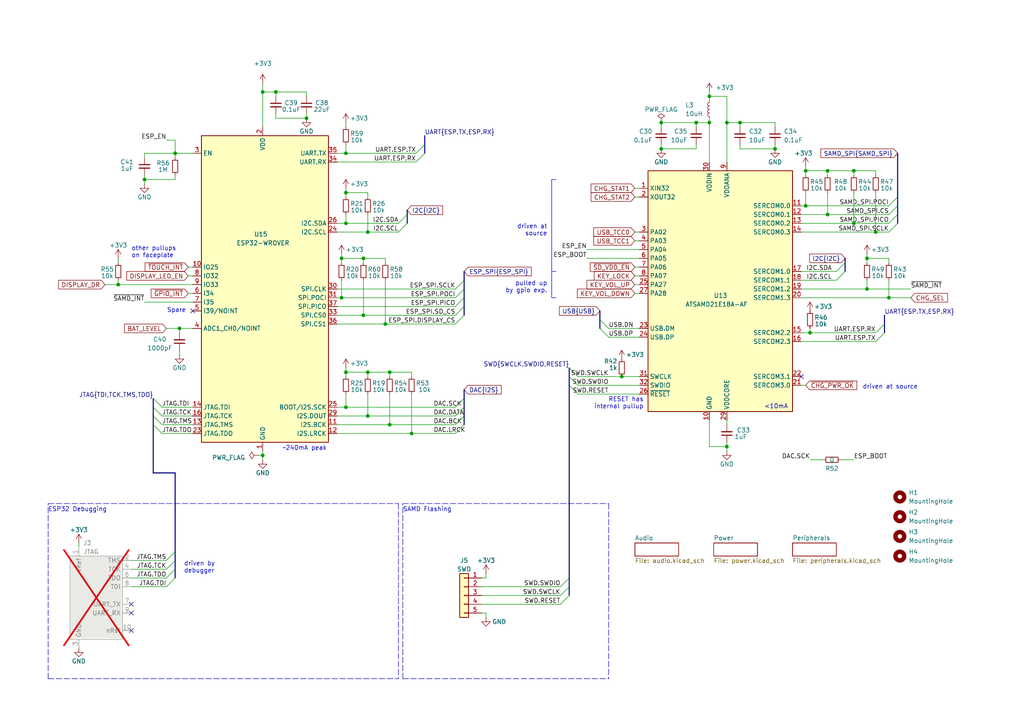
<source format=kicad_sch>
(kicad_sch (version 20230121) (generator eeschema)
  (paper "A4")
  (title_block (title "TANGARA") (date "2023-05-30") (rev "4") (company "made by jacqueline") (comment 1 "SPDX-License-Identifier: CERN-OHL-S-2.0"))
  (lib_symbols
    (symbol "Connector_Generic:Conn_01x05" (pin_names (offset 1.016) hide)
      (property "Reference" "J" (at 0 7.62 0))
      (property "Value" "Conn_01x05" (at 0 -7.62 0))
      (symbol "Conn_01x05_1_1"
        (rectangle (start -1.27 -4.953) (end 0 -5.207) (stroke (width 0.1524)))
        (rectangle (start -1.27 -2.413) (end 0 -2.667) (stroke (width 0.1524)))
        (rectangle (start -1.27 0.127) (end 0 -0.127) (stroke (width 0.1524)))
        (rectangle (start -1.27 2.667) (end 0 2.413) (stroke (width 0.1524)))
        (rectangle (start -1.27 5.207) (end 0 4.953) (stroke (width 0.1524)))
        (rectangle (start -1.27 6.35) (end 1.27 -6.35) (stroke (width 0.254)) (fill (type background)))
        (pin passive line (at -5.08 5.08 0) (length 3.81) (name "Pin_1") (number "1"))
        (pin passive line (at -5.08 2.54 0) (length 3.81) (name "Pin_2") (number "2"))
        (pin passive line (at -5.08 0 0) (length 3.81) (name "Pin_3") (number "3"))
        (pin passive line (at -5.08 -2.54 0) (length 3.81) (name "Pin_4") (number "4"))
        (pin passive line (at -5.08 -5.08 0) (length 3.81) (name "Pin_5") (number "5"))
      )
    )
    (symbol "Device:C_Small" (pin_numbers hide) (pin_names (offset 0.254) hide)
      (property "Reference" "C" (at 0.254 1.778 0))
      (property "Value" "C_Small" (at 0.254 -2.032 0))
      (symbol "C_Small_0_1"
        (polyline (pts (xy -1.524 -0.508) (xy 1.524 -0.508)) (stroke (width 0.3302)))
        (polyline (pts (xy -1.524 0.508) (xy 1.524 0.508)) (stroke (width 0.3048)))
      )
      (symbol "C_Small_1_1"
        (pin passive line (at 0 2.54 270) (length 2.032) (name "~") (number "1"))
        (pin passive line (at 0 -2.54 90) (length 2.032) (name "~") (number "2"))
      )
    )
    (symbol "Device:L_Small" (pin_numbers hide) (pin_names (offset 0.254) hide)
      (property "Reference" "L" (at 0.762 1.016 0))
      (property "Value" "L_Small" (at 0.762 -1.016 0))
      (symbol "L_Small_0_1"
        (arc (start 0 -2.032) (mid 0.5058 -1.524) (end 0 -1.016))
        (arc (start 0 -1.016) (mid 0.5058 -0.508) (end 0 0))
        (arc (start 0 0) (mid 0.5058 0.508) (end 0 1.016))
        (arc (start 0 1.016) (mid 0.5058 1.524) (end 0 2.032))
      )
      (symbol "L_Small_1_1"
        (pin passive line (at 0 2.54 270) (length 0.508) (name "~") (number "1"))
        (pin passive line (at 0 -2.54 90) (length 0.508) (name "~") (number "2"))
      )
    )
    (symbol "Device:R_Small" (pin_numbers hide) (pin_names (offset 0.254) hide)
      (property "Reference" "R" (at 0.762 0.508 0))
      (property "Value" "R_Small" (at 0.762 -1.016 0))
      (symbol "R_Small_0_1"
        (rectangle (start -0.762 1.778) (end 0.762 -1.778) (stroke (width 0.2032)))
      )
      (symbol "R_Small_1_1"
        (pin passive line (at 0 2.54 270) (length 0.762) (name "~") (number "1"))
        (pin passive line (at 0 -2.54 90) (length 0.762) (name "~") (number "2"))
      )
    )
    (symbol "Mechanical:MountingHole" (pin_names (offset 1.016))
      (property "Reference" "H" (at 0 5.08 0))
      (property "Value" "MountingHole" (at 0 3.175 0))
      (symbol "MountingHole_0_1"
        (circle (center 0 0) (radius 1.27) (stroke (width 1.27)))
      )
    )
    (symbol "power:+3V3" (power) (pin_names (offset 0))
      (property "Value" "+3V3" (at 0 3.556 0))
      (symbol "+3V3_0_1"
        (polyline (pts (xy -0.762 1.27) (xy 0 2.54)))
        (polyline (pts (xy 0 0) (xy 0 2.54)))
        (polyline (pts (xy 0 2.54) (xy 0.762 1.27)))
      )
      (symbol "+3V3_1_1"
        (pin power_in line (at 0 0 90) (length 0) hide (name "+3V3") (number "1"))
      )
    )
    (symbol "power:GND" (power) (pin_names (offset 0))
      (property "Value" "GND" (at 0 -3.81 0))
      (symbol "GND_0_1"
        (polyline (pts (xy 0 0) (xy 0 -1.27) (xy 1.27 -1.27) (xy 0 -2.54) (xy -1.27 -1.27) (xy 0 -1.27)))
      )
      (symbol "GND_1_1"
        (pin power_in line (at 0 0 270) (length 0) hide (name "GND") (number "1"))
      )
    )
    (symbol "power:PWR_FLAG" (power) (pin_numbers hide) (pin_names (offset 0) hide)
      (property "Value" "PWR_FLAG" (at 0 3.81 0))
      (symbol "PWR_FLAG_0_0"
        (pin power_out line (at 0 0 90) (length 0) (name "pwr") (number "1"))
      )
      (symbol "PWR_FLAG_0_1"
        (polyline (pts (xy 0 0) (xy 0 1.27) (xy -1.016 1.905) (xy 0 2.54) (xy 1.016 1.905) (xy 0 1.27)))
      )
    )
    (symbol "symbols:ATSAMD21E15A-A"
      (property "Reference" "U" (at 0 15.24 0))
      (property "Value" "ATSAMD21E15A-A" (at 0 10.16 0))
      (symbol "ATSAMD21E15A-A_1_1"
        (rectangle (start -20.32 45.72) (end 21.59 -24.13) (stroke (width 0.254)) (fill (type background)))
        (pin bidirectional line (at -22.86 40.64 0) (length 2.54) (name "XIN32") (number "1"))
        (pin power_in line (at -2.54 -26.67 90) (length 2.54) (name "GND") (number "10"))
        (pin bidirectional line (at 24.13 35.56 180) (length 2.54) (name "SERCOM0.0") (number "11"))
        (pin bidirectional line (at 24.13 33.02 180) (length 2.54) (name "SERCOM0.1") (number "12"))
        (pin bidirectional line (at 24.13 30.48 180) (length 2.54) (name "SERCOM0.2") (number "13"))
        (pin bidirectional line (at 24.13 27.94 180) (length 2.54) (name "SERCOM0.3") (number "14"))
        (pin bidirectional line (at 24.13 -1.27 180) (length 2.54) (name "SERCOM2.2") (number "15"))
        (pin bidirectional line (at 24.13 -3.81 180) (length 2.54) (name "SERCOM2.3") (number "16"))
        (pin bidirectional line (at 24.13 16.51 180) (length 2.54) (name "SERCOM1.0") (number "17"))
        (pin bidirectional line (at 24.13 13.97 180) (length 2.54) (name "SERCOM1.1") (number "18"))
        (pin bidirectional line (at 24.13 11.43 180) (length 2.54) (name "SERCOM1.2") (number "19"))
        (pin bidirectional line (at -22.86 38.1 0) (length 2.54) (name "XOUT32") (number "2"))
        (pin bidirectional line (at 24.13 8.89 180) (length 2.54) (name "SERCOM1.3") (number "20"))
        (pin bidirectional line (at 24.13 -16.51 180) (length 2.54) (name "SERCOM3.0") (number "21"))
        (pin bidirectional line (at 24.13 -13.97 180) (length 2.54) (name "SERCOM3.1") (number "22"))
        (pin bidirectional line (at -22.86 0 0) (length 2.54) (name "USB.DM") (number "23"))
        (pin bidirectional line (at -22.86 -2.54 0) (length 2.54) (name "USB.DP") (number "24"))
        (pin bidirectional line (at -22.86 12.7 0) (length 2.54) (name "PA27") (number "25"))
        (pin input line (at -22.86 -19.05 0) (length 2.54) (name "~{RESET}") (number "26"))
        (pin bidirectional line (at -22.86 10.16 0) (length 2.54) (name "PA28") (number "27"))
        (pin power_in line (at -2.54 -26.67 90) (length 2.54) hide (name "GND") (number "28"))
        (pin power_out line (at 2.54 -26.67 90) (length 2.54) (name "VDDCORE") (number "29"))
        (pin bidirectional line (at -22.86 27.94 0) (length 2.54) (name "PA02") (number "3"))
        (pin power_in line (at -2.54 48.26 270) (length 2.54) (name "VDDIN") (number "30"))
        (pin bidirectional line (at -22.86 -13.97 0) (length 2.54) (name "SWCLK") (number "31"))
        (pin bidirectional line (at -22.86 -16.51 0) (length 2.54) (name "SWDIO") (number "32"))
        (pin bidirectional line (at -22.86 25.4 0) (length 2.54) (name "PA03") (number "4"))
        (pin bidirectional line (at -22.86 22.86 0) (length 2.54) (name "PA04") (number "5"))
        (pin bidirectional line (at -22.86 20.32 0) (length 2.54) (name "PA05") (number "6"))
        (pin bidirectional line (at -22.86 17.78 0) (length 2.54) (name "PA06") (number "7"))
        (pin bidirectional line (at -22.86 15.24 0) (length 2.54) (name "PA07") (number "8"))
        (pin power_in line (at 2.54 48.26 270) (length 2.54) (name "VDDANA") (number "9"))
      )
    )
    (symbol "symbols:BMDU"
      (property "Reference" "U" (at -5.08 6.35 0))
      (property "Value" "BMDU" (at -5.08 6.35 0))
      (symbol "BMDU_0_0"
        (pin power_in line (at -5.08 20.32 270) (length 2.54) (name "vRef") (number "1"))
        (pin output line (at 10.16 -3.81 180) (length 2.54) (name "nRst") (number "10"))
        (pin output line (at 10.16 16.51 180) (length 2.54) (name "TMS") (number "2"))
        (pin power_in line (at -5.08 -8.89 90) (length 2.54) (name "GND") (number "3"))
        (pin output line (at 10.16 13.97 180) (length 2.54) (name "TCK") (number "4"))
        (pin power_in line (at -5.08 -8.89 90) (length 2.54) hide (name "GND") (number "5"))
        (pin output line (at 10.16 11.43 180) (length 2.54) (name "TDO") (number "6"))
        (pin output line (at 10.16 3.81 180) (length 2.54) (name "UART_TX") (number "7"))
        (pin input line (at 10.16 8.89 180) (length 2.54) (name "TDI") (number "8"))
        (pin input line (at 10.16 1.27 180) (length 2.54) (name "UART_RX") (number "9"))
      )
      (symbol "BMDU_0_1"
        (rectangle (start -7.62 17.78) (end 7.62 -6.35) (fill (type background)))
      )
    )
    (symbol "symbols:ESP32-WROOM"
      (property "Reference" "U" (at -17.78 34.29 0))
      (property "Value" "ESP32-WROOM" (at -3.81 34.29 0))
      (symbol "ESP32-WROOM_0_1"
        (rectangle (start -17.78 33.02) (end 19.05 -55.88) (stroke (width 0.254)) (fill (type background)))
      )
      (symbol "ESP32-WROOM_1_1"
        (pin power_in line (at 0 -58.42 90) (length 2.54) (name "GND") (number "1"))
        (pin bidirectional line (at -20.32 -5.08 0) (length 2.54) (name "IO25") (number "10"))
        (pin bidirectional line (at 21.59 -50.8 180) (length 2.54) (name "I2S.BCK") (number "11"))
        (pin bidirectional line (at 21.59 -53.34 180) (length 2.54) (name "I2S.LRCK") (number "12"))
        (pin bidirectional line (at -20.32 -50.8 0) (length 2.54) (name "JTAG.TMS") (number "13"))
        (pin bidirectional line (at -20.32 -45.72 0) (length 2.54) (name "JTAG.TDI") (number "14"))
        (pin power_in line (at 0 -58.42 90) (length 2.54) hide (name "GND") (number "15"))
        (pin bidirectional line (at -20.32 -48.26 0) (length 2.54) (name "JTAG.TCK") (number "16"))
        (pin no_connect line (at -17.78 16.51 0) (length 2.54) hide (name "SHD/SD2") (number "17"))
        (pin no_connect line (at -17.78 13.97 0) (length 2.54) hide (name "SWP/SD3") (number "18"))
        (pin no_connect line (at -17.78 8.89 0) (length 2.54) hide (name "SCS/CMD") (number "19"))
        (pin power_in line (at 0 35.56 270) (length 2.54) (name "VDD") (number "2"))
        (pin no_connect line (at -17.78 11.43 0) (length 2.54) hide (name "SCK/CLK") (number "20"))
        (pin no_connect line (at -17.78 21.59 0) (length 2.54) hide (name "SDO/SD0") (number "21"))
        (pin no_connect line (at -17.78 19.05 0) (length 2.54) hide (name "SDI/SD1") (number "22"))
        (pin bidirectional line (at -20.32 -53.34 0) (length 2.54) (name "JTAG.TDO") (number "23"))
        (pin bidirectional line (at 21.59 5.08 180) (length 2.54) (name "I2C.SCL") (number "24"))
        (pin bidirectional line (at 21.59 -45.72 180) (length 2.54) (name "BOOT/I2S.SCK") (number "25"))
        (pin bidirectional line (at 21.59 7.62 180) (length 2.54) (name "I2C.SDA") (number "26"))
        (pin no_connect line (at -17.78 6.35 0) (length 2.54) hide (name "IO16") (number "27"))
        (pin no_connect line (at -17.78 3.81 0) (length 2.54) hide (name "IO17") (number "28"))
        (pin bidirectional line (at 21.59 -48.26 180) (length 2.54) (name "I2S.DOUT") (number "29"))
        (pin input line (at -20.32 27.94 0) (length 2.54) (name "EN") (number "3"))
        (pin bidirectional line (at 21.59 -11.43 180) (length 2.54) (name "SPI.CLK") (number "30"))
        (pin bidirectional line (at 21.59 -13.97 180) (length 2.54) (name "SPI.POCI") (number "31"))
        (pin no_connect line (at -17.78 1.27 0) (length 2.54) hide (name "NC") (number "32"))
        (pin bidirectional line (at 21.59 -19.05 180) (length 2.54) (name "SPI.CS0") (number "33"))
        (pin bidirectional line (at 21.59 25.4 180) (length 2.54) (name "UART.RX") (number "34"))
        (pin bidirectional line (at 21.59 27.94 180) (length 2.54) (name "UART.TX") (number "35"))
        (pin bidirectional line (at 21.59 -21.59 180) (length 2.54) (name "SPI.CS1") (number "36"))
        (pin bidirectional line (at 21.59 -16.51 180) (length 2.54) (name "SPI.PICO") (number "37"))
        (pin power_in line (at 0 -58.42 90) (length 2.54) hide (name "GND") (number "38"))
        (pin power_in line (at 0 -58.42 90) (length 2.54) hide (name "GND") (number "39"))
        (pin input line (at -20.32 -22.86 0) (length 2.54) (name "ADC1_CH0/NOINT") (number "4"))
        (pin input line (at -20.32 -17.78 0) (length 2.54) (name "I39/NOINT") (number "5"))
        (pin input line (at -20.32 -12.7 0) (length 2.54) (name "I34") (number "6"))
        (pin input line (at -20.32 -15.24 0) (length 2.54) (name "I35") (number "7"))
        (pin bidirectional line (at -20.32 -7.62 0) (length 2.54) (name "IO32") (number "8"))
        (pin bidirectional line (at -20.32 -10.16 0) (length 2.54) (name "IO33") (number "9"))
      )
    )
  )
  (bus_alias "USB" (members "DN" "DP"))
  (bus_alias "ESP_SPI" (members "SCLK" "POCI" "PICO" "SD_CS" "DISPLAY_CS"))
  (bus_alias "I2S" (members "SCK" "BCK" "LRCK" "DATA"))
  (bus_alias "I2C" (members "SDA" "SCL"))
  (bus_alias "SAMD_SPI" (members "SCLK" "POCI" "PICO" "CS"))
  (junction (at 247.65 64.77))
  (junction (at 113.03 123.19))
  (junction (at 88.9 34.29))
  (junction (at 100.33 107.95))
  (junction (at 251.46 83.82))
  (junction (at 233.68 59.69))
  (junction (at 247.65 49.53))
  (junction (at 254 67.31))
  (junction (at 191.77 35.56))
  (junction (at 100.33 44.45))
  (junction (at 100.33 55.88))
  (junction (at 205.74 27.94))
  (junction (at 106.68 107.95))
  (junction (at 99.06 86.36))
  (junction (at 111.76 93.98))
  (junction (at 233.68 49.53))
  (junction (at 34.29 82.55))
  (junction (at 113.03 107.95))
  (junction (at 210.82 35.56))
  (junction (at 105.41 91.44))
  (junction (at 100.33 64.77))
  (junction (at 224.79 43.18))
  (junction (at 106.68 67.31))
  (junction (at 105.41 74.93))
  (junction (at 52.07 95.25))
  (junction (at 180.34 109.22))
  (junction (at 41.91 52.07))
  (junction (at 240.03 62.23))
  (junction (at 201.93 35.56))
  (junction (at 80.01 26.67))
  (junction (at 50.8 44.45))
  (junction (at 214.63 35.56))
  (junction (at 205.74 35.56))
  (junction (at 251.46 74.93))
  (junction (at 240.03 49.53))
  (junction (at 191.77 43.18))
  (junction (at 234.95 96.52))
  (junction (at 76.2 26.67))
  (junction (at 257.81 86.36))
  (junction (at 100.33 118.11))
  (junction (at 106.68 120.65))
  (junction (at 119.38 125.73))
  (junction (at 76.2 132.08))
  (junction (at 99.06 74.93))
  (junction (at 210.82 129.54))
  (no_connect (at 55.88 90.17))
  (no_connect (at 38.1 182.88))
  (no_connect (at 232.41 109.22))
  (no_connect (at 38.1 175.26))
  (no_connect (at 38.1 177.8))
  (bus_entry (at 134.62 115.57) (size -2.54 2.54))
  (bus_entry (at 165.1 106.68) (size 2.54 2.54))
  (bus_entry (at 165.1 109.22) (size 2.54 2.54))
  (bus_entry (at 165.1 111.76) (size 2.54 2.54))
  (bus_entry (at 44.45 123.19) (size 2.54 2.54))
  (bus_entry (at 44.45 115.57) (size 2.54 2.54))
  (bus_entry (at 44.45 118.11) (size 2.54 2.54))
  (bus_entry (at 44.45 120.65) (size 2.54 2.54))
  (bus_entry (at 257.81 64.77) (size 2.54 -2.54))
  (bus_entry (at 257.81 62.23) (size 2.54 -2.54))
  (bus_entry (at 257.81 59.69) (size 2.54 -2.54))
  (bus_entry (at 162.56 170.18) (size 2.54 -2.54))
  (bus_entry (at 132.08 86.36) (size 2.54 -2.54))
  (bus_entry (at 132.08 83.82) (size 2.54 -2.54))
  (bus_entry (at 132.08 88.9) (size 2.54 -2.54))
  (bus_entry (at 132.08 93.98) (size 2.54 -2.54))
  (bus_entry (at 132.08 91.44) (size 2.54 -2.54))
  (bus_entry (at 120.65 46.99) (size 2.54 -2.54))
  (bus_entry (at 120.65 44.45) (size 2.54 -2.54))
  (bus_entry (at 48.26 165.1) (size 2.54 -2.54))
  (bus_entry (at 48.26 167.64) (size 2.54 -2.54))
  (bus_entry (at 48.26 162.56) (size 2.54 -2.54))
  (bus_entry (at 48.26 170.18) (size 2.54 -2.54))
  (bus_entry (at 162.56 175.26) (size 2.54 -2.54))
  (bus_entry (at 242.57 78.74) (size 2.54 -2.54))
  (bus_entry (at 257.81 67.31) (size 2.54 -2.54))
  (bus_entry (at 132.08 120.65) (size 2.54 -2.54))
  (bus_entry (at 132.08 125.73) (size 2.54 -2.54))
  (bus_entry (at 132.08 123.19) (size 2.54 -2.54))
  (bus_entry (at 242.57 81.28) (size 2.54 -2.54))
  (bus_entry (at 115.57 64.77) (size 2.54 -2.54))
  (bus_entry (at 115.57 67.31) (size 2.54 -2.54))
  (bus_entry (at 254 96.52) (size 2.54 -2.54))
  (bus_entry (at 254 99.06) (size 2.54 -2.54))
  (bus_entry (at 162.56 172.72) (size 2.54 -2.54))
  (bus_entry (at 173.99 95.25) (size 2.54 2.54))
  (bus_entry (at 173.99 92.71) (size 2.54 2.54))
  (bus (pts (xy 44.45 115.57) (xy 44.45 118.11)))
  (wire (pts (xy 257.81 81.28) (xy 257.81 86.36)))
  (wire (pts (xy 205.74 119.38) (xy 205.74 129.54)))
  (wire (pts (xy 97.79 120.65) (xy 106.68 120.65)))
  (wire (pts (xy 205.74 129.54) (xy 210.82 129.54)))
  (wire (pts (xy 232.41 81.28) (xy 242.57 81.28)))
  (bus (pts (xy 260.35 62.23) (xy 260.35 64.77)))
  (wire (pts (xy 99.06 81.28) (xy 99.06 86.36)))
  (wire (pts (xy 97.79 125.73) (xy 119.38 125.73)))
  (wire (pts (xy 251.46 74.93) (xy 257.81 74.93)))
  (wire (pts (xy 50.8 50.8) (xy 50.8 52.07)))
  (wire (pts (xy 257.81 62.23) (xy 240.03 62.23)))
  (wire (pts (xy 214.63 43.18) (xy 214.63 41.91)))
  (wire (pts (xy 100.33 106.68) (xy 100.33 107.95)))
  (wire (pts (xy 97.79 123.19) (xy 113.03 123.19)))
  (bus (pts (xy 134.62 115.57) (xy 134.62 118.11)))
  (wire (pts (xy 184.15 85.09) (xy 185.42 85.09)))
  (wire (pts (xy 100.33 107.95) (xy 106.68 107.95)))
  (wire (pts (xy 105.41 74.93) (xy 111.76 74.93)))
  (polyline (pts (xy 161.29 52.07) (xy 160.02 52.07)))
  (wire (pts (xy 48.26 95.25) (xy 52.07 95.25)))
  (wire (pts (xy 247.65 49.53) (xy 254 49.53)))
  (polyline (pts (xy 160.02 52.07) (xy 160.02 78.74)))
  (wire (pts (xy 111.76 74.93) (xy 111.76 76.2)))
  (wire (pts (xy 180.34 109.22) (xy 185.42 109.22)))
  (wire (pts (xy 30.48 82.55) (xy 34.29 82.55)))
  (polyline (pts (xy 176.53 146.05) (xy 176.53 196.85)) (stroke (width 0) (type dash)))
  (wire (pts (xy 99.06 86.36) (xy 132.08 86.36)))
  (wire (pts (xy 176.53 97.79) (xy 185.42 97.79)))
  (bus (pts (xy 50.8 160.02) (xy 50.8 162.56)))
  (wire (pts (xy 234.95 95.25) (xy 234.95 96.52)))
  (wire (pts (xy 224.79 35.56) (xy 224.79 36.83)))
  (wire (pts (xy 139.7 172.72) (xy 162.56 172.72)))
  (wire (pts (xy 97.79 83.82) (xy 132.08 83.82)))
  (wire (pts (xy 74.93 132.08) (xy 76.2 132.08)))
  (wire (pts (xy 167.64 109.22) (xy 180.34 109.22)))
  (wire (pts (xy 76.2 26.67) (xy 80.01 26.67)))
  (wire (pts (xy 52.07 96.52) (xy 52.07 95.25)))
  (bus (pts (xy 173.99 90.17) (xy 173.99 92.71)))
  (wire (pts (xy 41.91 52.07) (xy 50.8 52.07)))
  (wire (pts (xy 140.97 166.37) (xy 140.97 167.64)))
  (bus (pts (xy 134.62 118.11) (xy 134.62 120.65)))
  (bus (pts (xy 165.1 106.68) (xy 165.1 109.22)))
  (bus (pts (xy 123.19 41.91) (xy 123.19 44.45)))
  (wire (pts (xy 232.41 86.36) (xy 257.81 86.36)))
  (wire (pts (xy 201.93 35.56) (xy 191.77 35.56)))
  (wire (pts (xy 184.15 67.31) (xy 185.42 67.31)))
  (wire (pts (xy 41.91 50.8) (xy 41.91 52.07)))
  (wire (pts (xy 184.15 57.15) (xy 185.42 57.15)))
  (wire (pts (xy 113.03 123.19) (xy 132.08 123.19)))
  (wire (pts (xy 251.46 74.93) (xy 251.46 76.2)))
  (polyline (pts (xy 116.84 146.05) (xy 176.53 146.05)) (stroke (width 0) (type dash)))
  (wire (pts (xy 48.26 40.64) (xy 50.8 40.64)))
  (wire (pts (xy 234.95 133.35) (xy 238.76 133.35)))
  (wire (pts (xy 113.03 107.95) (xy 113.03 109.22)))
  (wire (pts (xy 176.53 95.25) (xy 185.42 95.25)))
  (wire (pts (xy 76.2 26.67) (xy 76.2 36.83)))
  (wire (pts (xy 105.41 81.28) (xy 105.41 91.44)))
  (wire (pts (xy 184.15 54.61) (xy 185.42 54.61)))
  (wire (pts (xy 140.97 179.07) (xy 140.97 177.8)))
  (wire (pts (xy 100.33 114.3) (xy 100.33 118.11)))
  (wire (pts (xy 247.65 55.88) (xy 247.65 64.77)))
  (wire (pts (xy 240.03 50.8) (xy 240.03 49.53)))
  (wire (pts (xy 184.15 77.47) (xy 185.42 77.47)))
  (wire (pts (xy 184.15 80.01) (xy 185.42 80.01)))
  (wire (pts (xy 210.82 35.56) (xy 210.82 46.99)))
  (wire (pts (xy 257.81 86.36) (xy 264.16 86.36)))
  (wire (pts (xy 100.33 107.95) (xy 100.33 109.22)))
  (wire (pts (xy 46.99 120.65) (xy 55.88 120.65)))
  (wire (pts (xy 232.41 83.82) (xy 251.46 83.82)))
  (bus (pts (xy 245.11 76.2) (xy 245.11 78.74)))
  (wire (pts (xy 233.68 55.88) (xy 233.68 59.69)))
  (wire (pts (xy 232.41 78.74) (xy 242.57 78.74)))
  (polyline (pts (xy 160.02 78.74) (xy 160.02 86.36)))
  (wire (pts (xy 257.81 59.69) (xy 233.68 59.69)))
  (wire (pts (xy 113.03 114.3) (xy 113.03 123.19)))
  (wire (pts (xy 243.84 133.35) (xy 247.65 133.35)))
  (wire (pts (xy 22.86 157.48) (xy 22.86 158.75)))
  (wire (pts (xy 80.01 26.67) (xy 88.9 26.67)))
  (wire (pts (xy 139.7 175.26) (xy 162.56 175.26)))
  (wire (pts (xy 76.2 24.13) (xy 76.2 26.67)))
  (wire (pts (xy 106.68 107.95) (xy 113.03 107.95)))
  (bus (pts (xy 165.1 109.22) (xy 165.1 111.76)))
  (bus (pts (xy 165.1 170.18) (xy 165.1 172.72)))
  (wire (pts (xy 46.99 118.11) (xy 55.88 118.11)))
  (wire (pts (xy 34.29 74.93) (xy 34.29 76.2)))
  (polyline (pts (xy 13.97 196.85) (xy 13.97 146.05)) (stroke (width 0) (type dash)))
  (wire (pts (xy 99.06 74.93) (xy 105.41 74.93)))
  (polyline (pts (xy 160.02 78.74) (xy 161.29 78.74)))
  (wire (pts (xy 46.99 123.19) (xy 55.88 123.19)))
  (wire (pts (xy 201.93 35.56) (xy 201.93 36.83)))
  (wire (pts (xy 80.01 33.02) (xy 80.01 34.29)))
  (wire (pts (xy 247.65 64.77) (xy 257.81 64.77)))
  (wire (pts (xy 80.01 34.29) (xy 88.9 34.29)))
  (wire (pts (xy 184.15 82.55) (xy 185.42 82.55)))
  (wire (pts (xy 119.38 107.95) (xy 119.38 109.22)))
  (wire (pts (xy 247.65 50.8) (xy 247.65 49.53)))
  (wire (pts (xy 88.9 26.67) (xy 88.9 27.94)))
  (wire (pts (xy 191.77 35.56) (xy 191.77 36.83)))
  (bus (pts (xy 134.62 88.9) (xy 134.62 86.36)))
  (wire (pts (xy 97.79 67.31) (xy 106.68 67.31)))
  (wire (pts (xy 119.38 125.73) (xy 132.08 125.73)))
  (wire (pts (xy 232.41 96.52) (xy 234.95 96.52)))
  (wire (pts (xy 100.33 62.23) (xy 100.33 64.77)))
  (wire (pts (xy 214.63 43.18) (xy 224.79 43.18)))
  (bus (pts (xy 134.62 120.65) (xy 134.62 123.19)))
  (wire (pts (xy 167.64 111.76) (xy 185.42 111.76)))
  (bus (pts (xy 165.1 111.76) (xy 165.1 167.64)))
  (polyline (pts (xy 160.02 86.36) (xy 161.29 86.36)))
  (wire (pts (xy 170.18 72.39) (xy 185.42 72.39)))
  (wire (pts (xy 38.1 165.1) (xy 48.26 165.1)))
  (bus (pts (xy 44.45 120.65) (xy 44.45 123.19)))
  (wire (pts (xy 46.99 125.73) (xy 55.88 125.73)))
  (wire (pts (xy 100.33 41.91) (xy 100.33 44.45)))
  (wire (pts (xy 106.68 120.65) (xy 132.08 120.65)))
  (wire (pts (xy 111.76 81.28) (xy 111.76 93.98)))
  (wire (pts (xy 254 55.88) (xy 254 67.31)))
  (wire (pts (xy 254 49.53) (xy 254 50.8)))
  (wire (pts (xy 97.79 64.77) (xy 100.33 64.77)))
  (wire (pts (xy 210.82 27.94) (xy 210.82 35.56)))
  (wire (pts (xy 97.79 88.9) (xy 132.08 88.9)))
  (bus (pts (xy 173.99 92.71) (xy 173.99 95.25)))
  (wire (pts (xy 233.68 48.26) (xy 233.68 49.53)))
  (polyline (pts (xy 116.84 196.85) (xy 116.84 146.05)) (stroke (width 0) (type dash)))
  (wire (pts (xy 167.64 114.3) (xy 185.42 114.3)))
  (wire (pts (xy 38.1 167.64) (xy 48.26 167.64)))
  (wire (pts (xy 99.06 74.93) (xy 99.06 76.2)))
  (wire (pts (xy 210.82 128.27) (xy 210.82 129.54)))
  (wire (pts (xy 38.1 170.18) (xy 48.26 170.18)))
  (wire (pts (xy 233.68 59.69) (xy 232.41 59.69)))
  (bus (pts (xy 44.45 137.16) (xy 50.8 137.16)))
  (wire (pts (xy 232.41 62.23) (xy 240.03 62.23)))
  (wire (pts (xy 100.33 35.56) (xy 100.33 36.83)))
  (polyline (pts (xy 116.84 196.85) (xy 176.53 196.85)) (stroke (width 0) (type dash)))
  (wire (pts (xy 139.7 170.18) (xy 162.56 170.18)))
  (wire (pts (xy 54.61 77.47) (xy 55.88 77.47)))
  (wire (pts (xy 105.41 91.44) (xy 132.08 91.44)))
  (wire (pts (xy 232.41 67.31) (xy 254 67.31)))
  (wire (pts (xy 97.79 44.45) (xy 100.33 44.45)))
  (wire (pts (xy 100.33 64.77) (xy 115.57 64.77)))
  (wire (pts (xy 224.79 41.91) (xy 224.79 43.18)))
  (wire (pts (xy 205.74 27.94) (xy 210.82 27.94)))
  (wire (pts (xy 251.46 73.66) (xy 251.46 74.93)))
  (wire (pts (xy 240.03 55.88) (xy 240.03 62.23)))
  (wire (pts (xy 76.2 132.08) (xy 76.2 130.81)))
  (wire (pts (xy 205.74 26.67) (xy 205.74 27.94)))
  (wire (pts (xy 76.2 133.35) (xy 76.2 132.08)))
  (wire (pts (xy 38.1 162.56) (xy 48.26 162.56)))
  (wire (pts (xy 232.41 64.77) (xy 247.65 64.77)))
  (wire (pts (xy 232.41 99.06) (xy 254 99.06)))
  (bus (pts (xy 134.62 78.74) (xy 134.62 81.28)))
  (wire (pts (xy 41.91 52.07) (xy 41.91 53.34)))
  (wire (pts (xy 191.77 41.91) (xy 191.77 43.18)))
  (bus (pts (xy 134.62 91.44) (xy 134.62 88.9)))
  (bus (pts (xy 134.62 86.36) (xy 134.62 83.82)))
  (wire (pts (xy 240.03 49.53) (xy 247.65 49.53)))
  (bus (pts (xy 118.11 62.23) (xy 118.11 64.77)))
  (wire (pts (xy 41.91 44.45) (xy 50.8 44.45)))
  (bus (pts (xy 123.19 39.37) (xy 123.19 41.91)))
  (wire (pts (xy 113.03 107.95) (xy 119.38 107.95)))
  (wire (pts (xy 233.68 50.8) (xy 233.68 49.53)))
  (wire (pts (xy 34.29 81.28) (xy 34.29 82.55)))
  (wire (pts (xy 105.41 74.93) (xy 105.41 76.2)))
  (wire (pts (xy 100.33 44.45) (xy 120.65 44.45)))
  (wire (pts (xy 251.46 83.82) (xy 264.16 83.82)))
  (wire (pts (xy 100.33 57.15) (xy 100.33 55.88)))
  (wire (pts (xy 111.76 93.98) (xy 132.08 93.98)))
  (wire (pts (xy 170.18 74.93) (xy 185.42 74.93)))
  (wire (pts (xy 41.91 45.72) (xy 41.91 44.45)))
  (polyline (pts (xy 13.97 146.05) (xy 115.57 146.05)) (stroke (width 0) (type dash)))
  (wire (pts (xy 34.29 82.55) (xy 55.88 82.55)))
  (bus (pts (xy 134.62 83.82) (xy 134.62 81.28)))
  (wire (pts (xy 106.68 62.23) (xy 106.68 67.31)))
  (wire (pts (xy 54.61 80.01) (xy 55.88 80.01)))
  (wire (pts (xy 205.74 35.56) (xy 205.74 46.99)))
  (wire (pts (xy 210.82 35.56) (xy 214.63 35.56)))
  (bus (pts (xy 256.54 93.98) (xy 256.54 96.52)))
  (bus (pts (xy 50.8 137.16) (xy 50.8 160.02)))
  (wire (pts (xy 97.79 93.98) (xy 111.76 93.98)))
  (bus (pts (xy 50.8 162.56) (xy 50.8 165.1)))
  (wire (pts (xy 106.68 114.3) (xy 106.68 120.65)))
  (wire (pts (xy 100.33 54.61) (xy 100.33 55.88)))
  (wire (pts (xy 214.63 35.56) (xy 224.79 35.56)))
  (wire (pts (xy 257.81 74.93) (xy 257.81 76.2)))
  (wire (pts (xy 100.33 55.88) (xy 106.68 55.88)))
  (wire (pts (xy 52.07 95.25) (xy 55.88 95.25)))
  (bus (pts (xy 118.11 60.96) (xy 118.11 62.23)))
  (wire (pts (xy 119.38 114.3) (xy 119.38 125.73)))
  (wire (pts (xy 140.97 177.8) (xy 139.7 177.8)))
  (wire (pts (xy 205.74 27.94) (xy 205.74 29.21)))
  (bus (pts (xy 260.35 57.15) (xy 260.35 59.69)))
  (wire (pts (xy 201.93 43.18) (xy 201.93 41.91)))
  (wire (pts (xy 140.97 167.64) (xy 139.7 167.64)))
  (bus (pts (xy 44.45 118.11) (xy 44.45 120.65)))
  (wire (pts (xy 106.68 67.31) (xy 115.57 67.31)))
  (wire (pts (xy 80.01 26.67) (xy 80.01 27.94)))
  (bus (pts (xy 134.62 113.03) (xy 134.62 115.57)))
  (wire (pts (xy 50.8 44.45) (xy 55.88 44.45)))
  (bus (pts (xy 260.35 59.69) (xy 260.35 62.23)))
  (bus (pts (xy 44.45 123.19) (xy 44.45 137.16)))
  (wire (pts (xy 100.33 118.11) (xy 132.08 118.11)))
  (wire (pts (xy 205.74 35.56) (xy 201.93 35.56)))
  (wire (pts (xy 210.82 123.19) (xy 210.82 121.92)))
  (wire (pts (xy 88.9 34.29) (xy 88.9 33.02)))
  (wire (pts (xy 251.46 81.28) (xy 251.46 83.82)))
  (wire (pts (xy 50.8 45.72) (xy 50.8 44.45)))
  (wire (pts (xy 210.82 129.54) (xy 210.82 130.81)))
  (wire (pts (xy 97.79 46.99) (xy 120.65 46.99)))
  (wire (pts (xy 214.63 35.56) (xy 214.63 36.83)))
  (bus (pts (xy 245.11 74.93) (xy 245.11 76.2)))
  (wire (pts (xy 233.68 49.53) (xy 240.03 49.53)))
  (polyline (pts (xy 13.97 196.85) (xy 115.57 196.85)) (stroke (width 0) (type dash)))
  (wire (pts (xy 97.79 91.44) (xy 105.41 91.44)))
  (wire (pts (xy 254 67.31) (xy 257.81 67.31)))
  (wire (pts (xy 106.68 107.95) (xy 106.68 109.22)))
  (wire (pts (xy 54.61 85.09) (xy 55.88 85.09)))
  (wire (pts (xy 201.93 43.18) (xy 191.77 43.18)))
  (wire (pts (xy 97.79 118.11) (xy 100.33 118.11)))
  (wire (pts (xy 52.07 102.87) (xy 52.07 101.6)))
  (polyline (pts (xy 115.57 146.05) (xy 115.57 196.85)) (stroke (width 0) (type dash)))
  (wire (pts (xy 97.79 86.36) (xy 99.06 86.36)))
  (bus (pts (xy 165.1 167.64) (xy 165.1 170.18)))
  (wire (pts (xy 41.91 87.63) (xy 55.88 87.63)))
  (wire (pts (xy 205.74 34.29) (xy 205.74 35.56)))
  (wire (pts (xy 184.15 69.85) (xy 185.42 69.85)))
  (bus (pts (xy 260.35 44.45) (xy 260.35 57.15)))
  (wire (pts (xy 234.95 96.52) (xy 254 96.52)))
  (wire (pts (xy 99.06 73.66) (xy 99.06 74.93)))
  (wire (pts (xy 233.68 111.76) (xy 232.41 111.76)))
  (bus (pts (xy 50.8 165.1) (xy 50.8 167.64)))
  (wire (pts (xy 50.8 44.45) (xy 50.8 40.64)))
  (wire (pts (xy 106.68 55.88) (xy 106.68 57.15)))
  (bus (pts (xy 256.54 91.44) (xy 256.54 93.98)))
  (text "<10mA" (at 221.615 118.745 0) (effects (font (size 1.27 1.27)) (justify left bottom)))
  (text "driven by\ndebugger" (at 53.34 166.37 0) (effects (font (size 1.27 1.27)) (justify left bottom)))
  (text "~240mA peak" (at 81.915 130.81 0) (effects (font (size 1.27 1.27)) (justify left bottom)))
  (text "Spare" (at 53.975 90.805 0) (effects (font (size 1.27 1.27)) (justify right bottom)))
  (text "RESET has\ninternal pullup" (at 186.69 118.745 0) (effects (font (size 1.27 1.27)) (justify right bottom)))
  (text "SAMD Flashing" (at 116.84 148.59 0) (effects (font (size 1.27 1.27)) (justify left bottom)))
  (text "driven at\nsource" (at 158.75 68.58 0) (effects (font (size 1.27 1.27)) (justify right bottom)))
  (text "ESP32 Debugging" (at 13.97 148.59 0) (effects (font (size 1.27 1.27)) (justify left bottom)))
  (text "other pullups\non faceplate" (at 38.1 74.93 0) (effects (font (size 1.27 1.27)) (justify left bottom)))
  (text "driven at source" (at 250.19 113.03 0) (effects (font (size 1.27 1.27)) (justify left bottom)))
  (text "pulled up\nby gpio exp." (at 158.75 85.09 0) (effects (font (size 1.27 1.27)) (justify right bottom)))
  (label "~{SAMD_INT}" (at 264.16 83.82 0))
  (label "UART.ESP.TX" (at 120.65 44.45 180))
  (label "DAC.BCK" (at 125.73 123.19 0))
  (label "JTAG.TCK" (at 48.26 165.1 180))
  (label "UART{ESP.TX,ESP.RX}" (at 256.54 91.44 0))
  (label "ESP_BOOT" (at 170.18 74.93 180))
  (label "ESP_SPI.DISPLAY_CS" (at 132.08 93.98 180))
  (label "SAMD_SPI.SCLK" (at 257.81 67.31 180))
  (label "I2C.SCL" (at 241.3 81.28 180))
  (label "DAC.SCK" (at 125.73 118.11 0))
  (label "I2C.SDA" (at 115.57 64.77 180))
  (label "SWD.SWCLK" (at 176.53 109.22 180))
  (label "ESP_SPI.SCLK" (at 132.08 83.82 180))
  (label "JTAG.TDO" (at 48.26 167.64 180))
  (label "JTAG.TCK" (at 46.99 120.65 0))
  (label "SAMD_SPI.PICO" (at 257.81 64.77 180))
  (label "SWD.RESET" (at 176.53 114.3 180))
  (label "SWD{SWCLK,SWDIO,RESET}" (at 165.1 106.68 180))
  (label "SWD.SWDIO" (at 176.53 111.76 180))
  (label "SWD.RESET" (at 162.56 175.26 180))
  (label "JTAG.TDO" (at 46.99 125.73 0))
  (label "I2C.SCL" (at 115.57 67.31 180))
  (label "ESP_SPI.POCI" (at 132.08 86.36 180))
  (label "SAMD_SPI.CS" (at 257.81 62.23 180))
  (label "UART{ESP.TX,ESP.RX}" (at 123.19 39.37 0))
  (label "ESP_EN" (at 170.18 72.39 180))
  (label "~{SAMD_INT}" (at 41.91 87.63 180))
  (label "DAC.SCK" (at 234.95 133.35 180))
  (label "JTAG{TDI,TCK,TMS,TDO}" (at 44.45 115.57 180))
  (label "ESP_SPI.PICO" (at 132.08 88.9 180))
  (label "DAC.DATA" (at 125.73 120.65 0))
  (label "UART.ESP.RX" (at 120.65 46.99 180))
  (label "JTAG.TDI" (at 48.26 170.18 180))
  (label "UART.ESP.TX" (at 254 99.06 180))
  (label "SWD.SWCLK" (at 162.56 172.72 180))
  (label "SWD.SWDIO" (at 162.56 170.18 180))
  (label "UART.ESP.RX" (at 254 96.52 180))
  (label "SAMD_SPI.POCI" (at 257.81 59.69 180))
  (label "USB.DN" (at 176.53 95.25 0))
  (label "USB.DP" (at 176.53 97.79 0))
  (label "ESP_EN" (at 48.26 40.64 180))
  (label "JTAG.TDI" (at 46.99 118.11 0))
  (label "JTAG.TMS" (at 48.26 162.56 180))
  (label "I2C.SDA" (at 241.3 78.74 180))
  (label "JTAG.TMS" (at 46.99 123.19 0))
  (label "DAC.LRCK" (at 125.73 125.73 0))
  (label "ESP_SPI.SD_CS" (at 132.08 91.44 180))
  (label "ESP_BOOT" (at 247.65 133.35 0))
  (global_label "~{GPIO_INT}" (shape input) (at 54.61 85.09 180) (property "Intersheetrefs" "${INTERSHEET_REFS}" (effects hide)))
  (global_label "BAT_LEVEL" (shape input) (at 48.26 95.25 180) (property "Intersheetrefs" "${INTERSHEET_REFS}" (effects hide)))
  (global_label "KEY_VOL_DOWN" (shape input) (at 184.15 85.09 180) (property "Intersheetrefs" "${INTERSHEET_REFS}" (effects hide)))
  (global_label "SAMD_SPI{SAMD_SPI}" (shape input) (at 260.35 44.45 180) (property "Intersheetrefs" "${INTERSHEET_REFS}" (effects hide)))
  (global_label "USB{USB}" (shape input) (at 173.99 90.17 180) (property "Intersheetrefs" "${INTERSHEET_REFS}" (effects hide)))
  (global_label "DISPLAY_LED_EN" (shape input) (at 54.61 80.01 180) (property "Intersheetrefs" "${INTERSHEET_REFS}" (effects hide)))
  (global_label "~{SD_VDD_EN}" (shape input) (at 184.15 77.47 180) (property "Intersheetrefs" "${INTERSHEET_REFS}" (effects hide)))
  (global_label "USB_TCC1" (shape input) (at 184.15 69.85 180) (property "Intersheetrefs" "${INTERSHEET_REFS}" (effects hide)))
  (global_label "I2C{I2C}" (shape input) (at 118.11 60.96 0) (property "Intersheetrefs" "${INTERSHEET_REFS}" (effects hide)))
  (global_label "KEY_VOL_UP" (shape input) (at 184.15 82.55 180) (property "Intersheetrefs" "${INTERSHEET_REFS}" (effects hide)))
  (global_label "DISPLAY_DR" (shape input) (at 30.48 82.55 180) (property "Intersheetrefs" "${INTERSHEET_REFS}" (effects hide)))
  (global_label "DAC{I2S}" (shape input) (at 134.62 113.03 0) (property "Intersheetrefs" "${INTERSHEET_REFS}" (effects hide)))
  (global_label "I2C{I2C}" (shape input) (at 245.11 74.93 180) (property "Intersheetrefs" "${INTERSHEET_REFS}" (effects hide)))
  (global_label "~{TOUCH_INT}" (shape input) (at 54.61 77.47 180) (property "Intersheetrefs" "${INTERSHEET_REFS}" (effects hide)))
  (global_label "USB_TCC0" (shape input) (at 184.15 67.31 180) (property "Intersheetrefs" "${INTERSHEET_REFS}" (effects hide)))
  (global_label "KEY_LOCK" (shape input) (at 184.15 80.01 180) (property "Intersheetrefs" "${INTERSHEET_REFS}" (effects hide)))
  (global_label "ESP_SPI{ESP_SPI}" (shape input) (at 134.62 78.74 0) (property "Intersheetrefs" "${INTERSHEET_REFS}" (effects hide)))
  (global_label "~{CHG_PWR_OK}" (shape input) (at 233.68 111.76 0) (property "Intersheetrefs" "${INTERSHEET_REFS}" (effects hide)))
  (global_label "CHG_STAT1" (shape input) (at 184.15 54.61 180) (property "Intersheetrefs" "${INTERSHEET_REFS}" (effects hide)))
  (global_label "CHG_SEL" (shape input) (at 264.16 86.36 0) (property "Intersheetrefs" "${INTERSHEET_REFS}" (effects hide)))
  (global_label "CHG_STAT2" (shape input) (at 184.15 57.15 180) (property "Intersheetrefs" "${INTERSHEET_REFS}" (effects hide)))
  (symbol (lib_id "Device:R_Small") (at 100.33 59.69 0) (unit 1)
    (property "Reference" "R21" (at 103.505 59.055 0))
    (property "Value" "10k" (at 103.505 60.96 0))
    (property "Footprint" "Resistor_SMD:R_0603_1608Metric" (effects hide))
    (property "MPN" "AC0603JR-0710KL" (effects hide))
  )
  (symbol (lib_id "power:PWR_FLAG") (at 74.93 132.08 90) (unit 1)
    (property "Reference" "#FLG0102" (effects hide))
    (property "Value" "PWR_FLAG" (at 71.12 132.715 90) (effects (justify left)))
  )
  (symbol (lib_id "power:+3V3") (at 22.86 157.48 0) (unit 1)
    (property "Reference" "#PWR0101" (effects hide))
    (property "Value" "+3V3" (at 22.86 153.67 0))
  )
  (symbol (lib_id "Device:R_Small") (at 240.03 53.34 0) (unit 1)
    (property "Reference" "R48" (at 243.84 52.705 0))
    (property "Value" "10k" (at 243.84 54.61 0))
    (property "Footprint" "Resistor_SMD:R_0603_1608Metric" (effects hide))
    (property "MPN" "AC0603JR-0710KL" (effects hide))
  )
  (symbol (lib_id "Mechanical:MountingHole") (at 260.985 161.29 0) (unit 1) (in_bom no)
    (property "Reference" "H4" (at 263.525 160.0199 0) (effects (justify left)))
    (property "Value" "MountingHole" (at 263.525 162.5599 0) (effects (justify left)))
    (property "Footprint" "MountingHole:MountingHole_2.2mm_M2" (effects hide))
  )
  (symbol (lib_id "power:+3V3") (at 140.97 166.37 0) (unit 1)
    (property "Reference" "#PWR0115" (effects hide))
    (property "Value" "+3V3" (at 140.97 162.56 0))
  )
  (symbol (lib_id "symbols:ESP32-WROOM") (at 76.2 72.39 0) (unit 1)
    (property "Reference" "U15" (at 73.66 67.945 0) (effects (justify left)))
    (property "Value" "ESP32-WROVER" (at 68.58 70.485 0) (effects (justify left)))
    (property "Footprint" "footprints:ESP32-WROVER" (effects hide))
    (property "Datasheet" "https://www.espressif.com/sites/default/files/documentation/esp32-wroom-32d_esp32-wroom-32u_datasheet_en.pdf" (effects hide))
    (property "MPN" "ESP32-WROVER-IE-N16R8" (effects hide))
  )
  (symbol (lib_id "Device:C_Small") (at 88.9 30.48 0) (unit 1)
    (property "Reference" "C38" (at 93.345 29.845 0))
    (property "Value" "22uF" (at 93.345 31.75 0))
    (property "Footprint" "Capacitor_SMD:C_0805_2012Metric" (effects hide))
    (property "MPN" "EMK212BBJ226MG-T " (effects hide))
  )
  (symbol (lib_id "power:+3V3") (at 76.2 24.13 0) (unit 1)
    (property "Reference" "#PWR0108" (effects hide))
    (property "Value" "+3V3" (at 76.2 18.415 0))
  )
  (symbol (lib_id "power:GND") (at 210.82 130.81 0) (unit 1)
    (property "Reference" "#PWR0121" (effects hide))
    (property "Value" "GND" (at 210.82 134.62 0))
  )
  (symbol (lib_id "Device:R_Small") (at 106.68 111.76 0) (unit 1)
    (property "Reference" "R19" (at 109.855 111.125 0))
    (property "Value" "10k" (at 109.855 113.03 0))
    (property "Footprint" "Resistor_SMD:R_0603_1608Metric" (effects hide))
    (property "MPN" "AC0603JR-0710KL" (effects hide))
  )
  (symbol (lib_id "Device:C_Small") (at 41.91 48.26 0) (unit 1)
    (property "Reference" "C41" (at 36.83 46.99 0))
    (property "Value" "1uF" (at 36.83 48.895 0))
    (property "Footprint" "Capacitor_SMD:C_0805_2012Metric" (effects hide))
    (property "MPN" "EMK212BJ105KG-T" (effects hide))
  )
  (symbol (lib_id "power:GND") (at 22.86 187.96 0) (unit 1)
    (property "Reference" "#PWR0102" (effects hide))
    (property "Value" "GND" (at 22.86 191.77 0))
  )
  (symbol (lib_id "power:GND") (at 76.2 133.35 0) (unit 1)
    (property "Reference" "#PWR0109" (effects hide))
    (property "Value" "GND" (at 76.2 137.16 0))
  )
  (symbol (lib_id "power:+3V3") (at 234.95 90.17 0) (unit 1)
    (property "Reference" "#PWR0124" (effects hide))
    (property "Value" "+3V3" (at 238.76 88.9 0))
  )
  (symbol (lib_id "Device:R_Small") (at 99.06 78.74 0) (unit 1)
    (property "Reference" "R20" (at 102.235 78.105 0))
    (property "Value" "10k" (at 102.235 80.01 0))
    (property "Footprint" "Resistor_SMD:R_0603_1608Metric" (effects hide))
    (property "MPN" "AC0603JR-0710KL" (effects hide))
  )
  (symbol (lib_id "Device:C_Small") (at 201.93 39.37 0) (mirror x) (unit 1)
    (property "Reference" "C35" (at 199.39 38.1 0) (effects (justify right)))
    (property "Value" "10uF" (at 199.39 40.64 0) (effects (justify right)))
    (property "Footprint" "Capacitor_SMD:C_0805_2012Metric" (effects hide))
    (property "MPN" "CL21A106KOQNNNG" (effects hide))
  )
  (symbol (lib_id "Device:C_Small") (at 224.79 39.37 0) (unit 1)
    (property "Reference" "C34" (at 227.33 38.1062 0) (effects (justify left)))
    (property "Value" "0.1uF" (at 227.33 40.6462 0) (effects (justify left)))
    (property "Footprint" "Capacitor_SMD:C_0805_2012Metric" (effects hide))
    (property "MPN" "0805YD104KAT2A" (effects hide))
  )
  (symbol (lib_id "power:GND") (at 191.77 43.18 0) (mirror y) (unit 1)
    (property "Reference" "#PWR0119" (effects hide))
    (property "Value" "GND" (at 191.77 46.99 0))
  )
  (symbol (lib_id "power:+3V3") (at 233.68 48.26 0) (mirror y) (unit 1)
    (property "Reference" "#PWR0123" (effects hide))
    (property "Value" "+3V3" (at 233.045 44.45 0))
  )
  (symbol (lib_id "power:GND") (at 52.07 102.87 0) (unit 1)
    (property "Reference" "#PWR0105" (effects hide))
    (property "Value" "GND" (at 52.07 106.68 0))
  )
  (symbol (lib_id "Device:C_Small") (at 191.77 39.37 0) (mirror y) (unit 1)
    (property "Reference" "C30" (at 189.23 38.1062 0) (effects (justify left)))
    (property "Value" "0.1uF" (at 189.23 40.6462 0) (effects (justify left)))
    (property "Footprint" "Capacitor_SMD:C_0805_2012Metric" (effects hide))
    (property "MPN" "0805YD104KAT2A" (effects hide))
  )
  (symbol (lib_id "power:+3V3") (at 251.46 73.66 0) (mirror y) (unit 1)
    (property "Reference" "#PWR0125" (effects hide))
    (property "Value" "+3V3" (at 255.27 72.39 0))
  )
  (symbol (lib_id "Connector_Generic:Conn_01x05") (at 134.62 172.72 0) (mirror y) (unit 1) (in_bom no)
    (property "Reference" "J5" (at 134.62 162.56 0))
    (property "Value" "SWD" (at 134.62 165.1 0))
    (property "Footprint" "footprints:SAMDSWD" (effects hide))
  )
  (symbol (lib_id "power:+3V3") (at 99.06 73.66 0) (unit 1)
    (property "Reference" "#PWR0113" (effects hide))
    (property "Value" "+3V3" (at 102.87 72.39 0))
  )
  (symbol (lib_id "Device:C_Small") (at 80.01 30.48 0) (unit 1)
    (property "Reference" "C39" (at 84.455 29.845 0))
    (property "Value" "0.1uF" (at 84.455 31.75 0))
    (property "Footprint" "Capacitor_SMD:C_0805_2012Metric" (effects hide))
    (property "MPN" "0805YD104KAT2A" (effects hide))
  )
  (symbol (lib_id "Device:C_Small") (at 214.63 39.37 180) (unit 1)
    (property "Reference" "C32" (at 217.17 38.1 0) (effects (justify right)))
    (property "Value" "10uF" (at 217.17 40.64 0) (effects (justify right)))
    (property "Footprint" "Capacitor_SMD:C_0805_2012Metric" (effects hide))
    (property "MPN" "CL21A106KOQNNNG" (effects hide))
  )
  (symbol (lib_id "power:+3V3") (at 100.33 54.61 0) (unit 1)
    (property "Reference" "#PWR0112" (effects hide))
    (property "Value" "+3V3" (at 104.14 53.34 0))
  )
  (symbol (lib_id "Device:R_Small") (at 111.76 78.74 0) (unit 1)
    (property "Reference" "R58" (at 114.935 78.105 0))
    (property "Value" "10k" (at 114.935 80.01 0))
    (property "Footprint" "Resistor_SMD:R_0603_1608Metric" (effects hide))
    (property "MPN" "AC0603JR-0710KL" (effects hide))
  )
  (symbol (lib_id "Device:R_Small") (at 119.38 111.76 0) (unit 1)
    (property "Reference" "R53" (at 122.555 111.125 0))
    (property "Value" "10k" (at 123.19 113.03 0))
    (property "Footprint" "Resistor_SMD:R_0603_1608Metric" (effects hide))
    (property "MPN" "AC0603JR-0710KL" (effects hide))
  )
  (symbol (lib_id "Device:R_Small") (at 247.65 53.34 0) (unit 1)
    (property "Reference" "R44" (at 250.825 52.705 0))
    (property "Value" "10k" (at 250.825 54.61 0))
    (property "Footprint" "Resistor_SMD:R_0603_1608Metric" (effects hide))
    (property "MPN" "AC0603JR-0710KL" (effects hide))
  )
  (symbol (lib_id "power:GND") (at 224.79 43.18 0) (unit 1)
    (property "Reference" "#PWR0122" (effects hide))
    (property "Value" "GND" (at 224.79 46.99 0))
  )
  (symbol (lib_id "Device:R_Small") (at 241.3 133.35 90) (unit 1)
    (property "Reference" "R52" (at 241.3 135.89 90))
    (property "Value" "0" (at 241.3 133.35 90))
    (property "Footprint" "Resistor_SMD:R_0603_1608Metric" (effects hide))
  )
  (symbol (lib_id "Device:L_Small") (at 205.74 31.75 0) (mirror y) (unit 1)
    (property "Reference" "L3" (at 198.755 30.48 0) (effects (justify right)))
    (property "Value" "10uH" (at 198.755 33.02 0) (effects (justify right)))
    (property "Footprint" "Inductor_SMD:L_1008_2520Metric" (effects hide))
    (property "MPN" "74438323100 " (effects hide))
  )
  (symbol (lib_id "Device:R_Small") (at 106.68 59.69 0) (unit 1)
    (property "Reference" "R26" (at 109.855 59.055 0))
    (property "Value" "10k" (at 109.855 60.96 0))
    (property "Footprint" "Resistor_SMD:R_0603_1608Metric" (effects hide))
    (property "MPN" "AC0603JR-0710KL" (effects hide))
  )
  (symbol (lib_id "Device:R_Small") (at 105.41 78.74 0) (unit 1)
    (property "Reference" "R60" (at 108.585 78.105 0))
    (property "Value" "10k" (at 108.585 80.01 0))
    (property "Footprint" "Resistor_SMD:R_0603_1608Metric" (effects hide))
    (property "MPN" "AC0603JR-0710KL" (effects hide))
  )
  (symbol (lib_id "Device:R_Small") (at 254 53.34 0) (unit 1)
    (property "Reference" "R47" (at 257.175 52.705 0))
    (property "Value" "10k" (at 257.175 54.61 0))
    (property "Footprint" "Resistor_SMD:R_0603_1608Metric" (effects hide))
    (property "MPN" "AC0603JR-0710KL" (effects hide))
  )
  (symbol (lib_id "Device:R_Small") (at 50.8 48.26 180) (unit 1)
    (property "Reference" "R56" (at 47.3075 47.3075 0))
    (property "Value" "1M" (at 47.3075 49.2125 0))
    (property "Footprint" "Resistor_SMD:R_0603_1608Metric" (effects hide))
    (property "MPN" "AC0603FR-131ML" (effects hide))
  )
  (symbol (lib_id "Device:R_Small") (at 100.33 111.76 0) (unit 1)
    (property "Reference" "R25" (at 103.505 111.125 0))
    (property "Value" "10k" (at 103.505 113.03 0))
    (property "Footprint" "Resistor_SMD:R_0603_1608Metric" (effects hide))
    (property "MPN" "AC0603JR-0710KL" (effects hide))
  )
  (symbol (lib_id "Mechanical:MountingHole") (at 260.985 144.145 0) (unit 1) (in_bom no)
    (property "Reference" "H1" (at 263.525 142.8749 0) (effects (justify left)))
    (property "Value" "MountingHole" (at 263.525 145.4149 0) (effects (justify left)))
    (property "Footprint" "MountingHole:MountingHole_2.2mm_M2" (effects hide))
  )
  (symbol (lib_id "Device:R_Small") (at 233.68 53.34 0) (unit 1)
    (property "Reference" "R45" (at 236.855 52.705 0))
    (property "Value" "10k" (at 236.855 54.61 0))
    (property "Footprint" "Resistor_SMD:R_0603_1608Metric" (effects hide))
    (property "MPN" "AC0603JR-0710KL" (effects hide))
  )
  (symbol (lib_id "Device:R_Small") (at 251.46 78.74 0) (unit 1)
    (property "Reference" "R49" (at 254.635 78.105 0))
    (property "Value" "10k" (at 254.635 80.01 0))
    (property "Footprint" "Resistor_SMD:R_0603_1608Metric" (effects hide))
    (property "MPN" "AC0603JR-0710KL" (effects hide))
  )
  (symbol (lib_id "power:+3V3") (at 100.33 106.68 0) (mirror y) (unit 1)
    (property "Reference" "#PWR0114" (effects hide))
    (property "Value" "+3V3" (at 104.14 105.41 0))
  )
  (symbol (lib_id "Device:R_Small") (at 234.95 92.71 0) (unit 1)
    (property "Reference" "R46" (at 238.125 92.075 0))
    (property "Value" "10k" (at 238.125 93.98 0))
    (property "Footprint" "Resistor_SMD:R_0603_1608Metric" (effects hide))
    (property "MPN" "AC0603JR-0710KL" (effects hide))
  )
  (symbol (lib_id "symbols:BMDU") (at 27.94 179.07 0) (unit 1) (in_bom no) (dnp yes)
    (property "Reference" "J3" (at 24.13 157.48 0) (effects (justify left)))
    (property "Value" "JTAG" (at 24.13 160.02 0) (effects (justify left)))
    (property "Footprint" "Connector_PinHeader_1.27mm:PinHeader_2x05_P1.27mm_Vertical_SMD" (effects hide))
    (property "Datasheet" "SAM8796-ND" (effects hide))
    (property "MPN" "FTSH-105-01-F-DV-K" (effects hide))
  )
  (symbol (lib_id "Device:R_Small") (at 113.03 111.76 0) (unit 1)
    (property "Reference" "R54" (at 116.205 111.125 0))
    (property "Value" "10k" (at 116.205 113.03 0))
    (property "Footprint" "Resistor_SMD:R_0603_1608Metric" (effects hide))
    (property "MPN" "AC0603JR-0710KL" (effects hide))
  )
  (symbol (lib_id "power:GND") (at 88.9 34.29 0) (unit 1)
    (property "Reference" "#PWR0110" (effects hide))
    (property "Value" "GND" (at 88.9 38.1 0))
  )
  (symbol (lib_id "Device:C_Small") (at 52.07 99.06 180) (unit 1)
    (property "Reference" "C40" (at 46.355 98.425 0))
    (property "Value" "1000pF" (at 46.355 100.965 0))
    (property "Footprint" "Capacitor_SMD:C_0805_2012Metric" (effects hide))
    (property "MPN" "0805YD102KAT2A" (effects hide))
  )
  (symbol (lib_id "power:GND") (at 41.91 53.34 0) (unit 1)
    (property "Reference" "#PWR0103" (effects hide))
    (property "Value" "GND" (at 41.91 57.15 0))
  )
  (symbol (lib_id "Device:R_Small") (at 257.81 78.74 0) (unit 1)
    (property "Reference" "R43" (at 260.985 78.105 0))
    (property "Value" "10k" (at 260.985 80.01 0))
    (property "Footprint" "Resistor_SMD:R_0603_1608Metric" (effects hide))
    (property "MPN" "AC0603JR-0710KL" (effects hide))
  )
  (symbol (lib_id "Mechanical:MountingHole") (at 260.985 155.575 0) (unit 1) (in_bom no)
    (property "Reference" "H3" (at 263.525 154.3049 0) (effects (justify left)))
    (property "Value" "MountingHole" (at 263.525 156.8449 0) (effects (justify left)))
    (property "Footprint" "MountingHole:MountingHole_2.2mm_M2" (effects hide))
  )
  (symbol (lib_id "power:+3V3") (at 205.74 26.67 0) (mirror y) (unit 1)
    (property "Reference" "#PWR0120" (effects hide))
    (property "Value" "+3V3" (at 210.185 25.4 0))
  )
  (symbol (lib_id "Device:R_Small") (at 100.33 39.37 0) (unit 1)
    (property "Reference" "R59" (at 103.505 38.735 0))
    (property "Value" "10k" (at 103.505 40.64 0))
    (property "Footprint" "Resistor_SMD:R_0603_1608Metric" (effects hide))
    (property "MPN" "AC0603JR-0710KL" (effects hide))
  )
  (symbol (lib_id "power:PWR_FLAG") (at 191.77 35.56 0) (unit 1)
    (property "Reference" "#FLG0101" (effects hide))
    (property "Value" "PWR_FLAG" (at 191.77 31.75 0))
  )
  (symbol (lib_id "Device:R_Small") (at 180.34 106.68 0) (mirror y) (unit 1)
    (property "Reference" "R42" (at 179.07 104.775 0) (effects (justify left)))
    (property "Value" "1k" (at 179.07 106.68 0) (effects (justify left)))
    (property "Footprint" "Resistor_SMD:R_0603_1608Metric" (effects hide))
    (property "MPN" "ERJ-3RBD1001V" (effects hide))
  )
  (symbol (lib_id "power:+3V3") (at 180.34 104.14 0) (mirror y) (unit 1)
    (property "Reference" "#PWR0118" (effects hide))
    (property "Value" "+3V3" (at 184.15 102.87 0))
  )
  (symbol (lib_id "power:+3V3") (at 34.29 74.93 0) (unit 1)
    (property "Reference" "#PWR03" (effects hide))
    (property "Value" "+3V3" (at 34.29 71.12 0))
  )
  (symbol (lib_id "power:GND") (at 140.97 179.07 0) (unit 1)
    (property "Reference" "#PWR0117" (effects hide))
    (property "Value" "GND" (at 144.78 180.34 0))
  )
  (symbol (lib_id "symbols:ATSAMD21E15A-A") (at 208.28 95.25 0) (unit 1)
    (property "Reference" "U13" (at 207.01 85.725 0) (effects (justify left)))
    (property "Value" "ATSAMD21E18A-AF" (at 198.755 88.265 0) (effects (justify left)))
    (property "Footprint" "Package_QFP:TQFP-32_7x7mm_P0.8mm" (effects hide))
    (property "Datasheet" "http://ww1.microchip.com/downloads/en/DeviceDoc/SAM_D21_DA1_Family_Data%20Sheet_DS40001882E.pdf" (effects hide))
    (property "MPN" "ATSAMD21E18A-AF" (effects hide))
  )
  (symbol (lib_id "Mechanical:MountingHole") (at 260.985 149.86 0) (unit 1) (in_bom no)
    (property "Reference" "H2" (at 263.525 148.5899 0) (effects (justify left)))
    (property "Value" "MountingHole" (at 263.525 151.1299 0) (effects (justify left)))
    (property "Footprint" "MountingHole:MountingHole_2.2mm_M2" (effects hide))
  )
  (symbol (lib_id "Device:C_Small") (at 210.82 125.73 180) (unit 1)
    (property "Reference" "C33" (at 213.6775 124.7775 0) (effects (justify right)))
    (property "Value" "1uF" (at 213.0425 126.6825 0) (effects (justify right)))
    (property "Footprint" "Capacitor_SMD:C_0805_2012Metric" (effects hide))
    (property "MPN" "EMK212BJ105KG-T" (effects hide))
  )
  (symbol (lib_id "Device:R_Small") (at 34.29 78.74 0) (mirror y) (unit 1)
    (property "Reference" "R55" (at 31.115 78.105 0))
    (property "Value" "10k" (at 31.115 80.01 0))
    (property "Footprint" "Resistor_SMD:R_0603_1608Metric" (effects hide))
    (property "MPN" "AC0603JR-0710KL" (effects hide))
  )
  (symbol (lib_id "power:+3V3") (at 100.33 35.56 0) (unit 1)
    (property "Reference" "#PWR0111" (effects hide))
    (property "Value" "+3V3" (at 104.14 34.29 0))
  )
  (sheet (at 207.01 157.48) (size 12.7 3.81) (stroke (width 0.1524))
    (property "Sheetname" "Power" (at 207.01 156.7684 0) (effects (justify left bottom)))
    (property "Sheetfile" "power.kicad_sch" (at 207.01 161.8746 0) (effects (justify left top)))
  )
  (sheet (at 229.87 157.48) (size 12.7 3.81) (stroke (width 0.1524))
    (property "Sheetname" "Peripherals" (at 229.87 156.7684 0) (effects (justify left bottom)))
    (property "Sheetfile" "peripherals.kicad_sch" (at 229.87 161.8746 0) (effects (justify left top)))
  )
  (sheet (at 184.15 157.48) (size 12.7 3.81) (stroke (width 0.1524))
    (property "Sheetname" "Audio" (at 184.15 156.7684 0) (effects (justify left bottom)))
    (property "Sheetfile" "audio.kicad_sch" (at 184.15 161.8746 0) (effects (justify left top)))
  )
)
</source>
